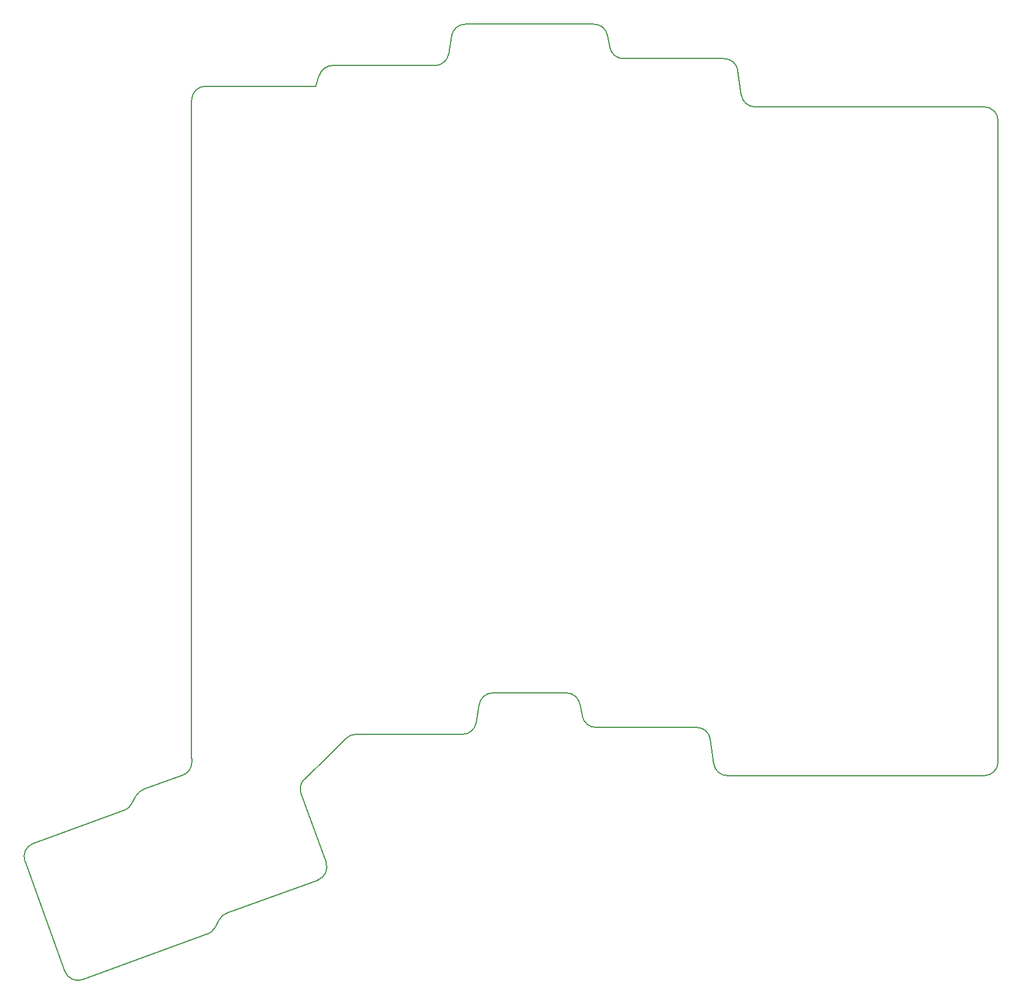
<source format=gm1>
%TF.GenerationSoftware,KiCad,Pcbnew,9.0.6*%
%TF.CreationDate,2025-11-12T17:31:49+01:00*%
%TF.ProjectId,right_finished,72696768-745f-4666-996e-69736865642e,1*%
%TF.SameCoordinates,Original*%
%TF.FileFunction,Profile,NP*%
%FSLAX46Y46*%
G04 Gerber Fmt 4.6, Leading zero omitted, Abs format (unit mm)*
G04 Created by KiCad (PCBNEW 9.0.6) date 2025-11-12 17:31:49*
%MOMM*%
%LPD*%
G01*
G04 APERTURE LIST*
%TA.AperFunction,Profile*%
%ADD10C,0.150000*%
%TD*%
G04 APERTURE END LIST*
D10*
X217903446Y-81442232D02*
X217546554Y-79657768D01*
X179639213Y-181635786D02*
G75*
G02*
X181053427Y-181050018I1414187J-1414214D01*
G01*
X160561351Y-209138719D02*
G75*
G02*
X159499305Y-210042887I-1746151J975219D01*
G01*
X274225000Y-185050000D02*
X274225000Y-92050000D01*
X238959591Y-90050000D02*
G75*
G02*
X236979701Y-88332842I9J2000000D01*
G01*
X147430465Y-192087804D02*
X134222233Y-196895208D01*
X141404657Y-216628752D02*
G75*
G02*
X138841230Y-215433408I-684057J1879352D01*
G01*
X155940093Y-186968615D02*
X150246389Y-189040954D01*
X194946466Y-79721202D02*
X194503534Y-82378798D01*
X215864608Y-180050000D02*
X230490409Y-180050000D01*
X133026888Y-199458633D02*
X138841231Y-215433408D01*
X215864608Y-180050001D02*
G75*
G02*
X213903438Y-178442234I-8J2000001D01*
G01*
X192530746Y-84050000D02*
X177666063Y-84050000D01*
X234490409Y-83050000D02*
X219864608Y-83050000D01*
X219864608Y-83050001D02*
G75*
G02*
X217903438Y-81442234I-8J2000001D01*
G01*
X198946466Y-176721202D02*
G75*
G02*
X200919254Y-175049954I1972834J-328798D01*
G01*
X215585392Y-78050000D02*
X196919254Y-78050000D01*
X176718790Y-199625166D02*
X173094429Y-189667315D01*
X149184328Y-189945079D02*
G75*
G02*
X150246388Y-189040951I1746072J-975221D01*
G01*
X194503534Y-82378798D02*
G75*
G02*
X192530746Y-84050046I-1972834J328798D01*
G01*
X161253152Y-207900120D02*
G75*
G02*
X162315208Y-206995979I1746148J-975280D01*
G01*
X234959591Y-187050000D02*
G75*
G02*
X232979701Y-185332842I9J2000000D01*
G01*
X272225000Y-90050000D02*
G75*
G02*
X274225000Y-92050000I0J-2000000D01*
G01*
X176718790Y-199625166D02*
G75*
G02*
X175523443Y-202188587I-1879390J-684034D01*
G01*
X157225000Y-89050000D02*
G75*
G02*
X159225000Y-87050000I2000000J0D01*
G01*
X177239457Y-184035543D02*
X179639214Y-181635786D01*
X181053427Y-181050000D02*
X196530746Y-181050000D01*
X157255105Y-185027674D02*
G75*
G02*
X155940095Y-186968620I-1999105J-61526D01*
G01*
X162315213Y-206995994D02*
X175523445Y-202188591D01*
X230490409Y-180050000D02*
G75*
G02*
X232470299Y-181767158I-9J-2000000D01*
G01*
X194946466Y-79721202D02*
G75*
G02*
X196919254Y-78049954I1972834J-328798D01*
G01*
X232470308Y-181767157D02*
X232979692Y-185332843D01*
X148492526Y-191183679D02*
G75*
G02*
X147430467Y-192087809I-1746126J975279D01*
G01*
X157225947Y-184080771D02*
X157255105Y-185027675D01*
X157225947Y-184080770D02*
G75*
G02*
X157225000Y-184019215I1993653J61470D01*
G01*
X211585392Y-175049999D02*
G75*
G02*
X213546562Y-176657766I8J-2000001D01*
G01*
X236979692Y-88332843D02*
X236470308Y-84767157D01*
X234490409Y-83050000D02*
G75*
G02*
X236470299Y-84767158I-9J-2000000D01*
G01*
X274225000Y-185050000D02*
G75*
G02*
X272225000Y-187050000I-2000000J0D01*
G01*
X200919254Y-175050000D02*
X211585392Y-175050000D01*
X213546554Y-176657768D02*
X213903446Y-178442232D01*
X160561351Y-209138719D02*
X161253152Y-207900120D01*
X215585392Y-78049999D02*
G75*
G02*
X217546562Y-79657766I8J-2000001D01*
G01*
X133026888Y-199458634D02*
G75*
G02*
X134222231Y-196895201I1879412J684034D01*
G01*
X198503534Y-179378798D02*
X198946466Y-176721202D01*
X234959591Y-187050000D02*
X272225000Y-187050000D01*
X175224000Y-87050000D02*
X159225000Y-87050000D01*
X157225000Y-89050000D02*
X157225000Y-184019215D01*
X141404656Y-216628753D02*
X159499290Y-210042844D01*
X149184328Y-189945080D02*
X148492526Y-191183679D01*
X175768886Y-85416975D02*
X175224000Y-87050000D01*
X173588812Y-187540441D02*
X177210245Y-184064163D01*
X175768886Y-85416975D02*
G75*
G02*
X177666063Y-84049965I1897214J-633025D01*
G01*
X177239457Y-184035543D02*
G75*
G02*
X177210245Y-184064163I-1412457J1412443D01*
G01*
X198503534Y-179378798D02*
G75*
G02*
X196530746Y-181050046I-1972834J328798D01*
G01*
X272225000Y-90050000D02*
X238959591Y-90050000D01*
X173094429Y-189667315D02*
G75*
G02*
X173588833Y-187540463I1879371J684015D01*
G01*
M02*

</source>
